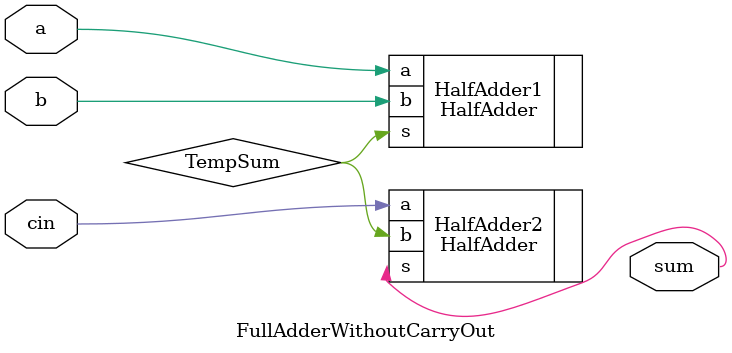
<source format=v>
module FullAdderWithoutCarryOut (
	input		a,
	input		b,
	input		cin,
	output	sum
);
	wire	TempSum;

	HalfAdder HalfAdder1(
		.a		(a			)	,
		.b		(b			)	,
		.s		(TempSum)	
	);	

	HalfAdder HalfAdder2(
		.a		(cin		)	,
		.b		(TempSum)	,
		.s		(sum		)	
	);	

endmodule

</source>
